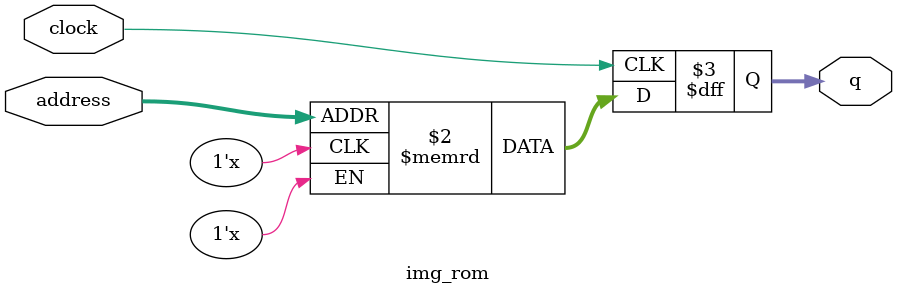
<source format=sv>
module img_rom (
	input logic clock,
	input logic [17:0] address,
	output logic [2:0] q
);

logic [2:0] memory [0:153599] /* synthesis ram_init_file = "./Files/img.mif" */;

always_ff @ (posedge clock) begin
	q <= memory[address];
end

endmodule

</source>
